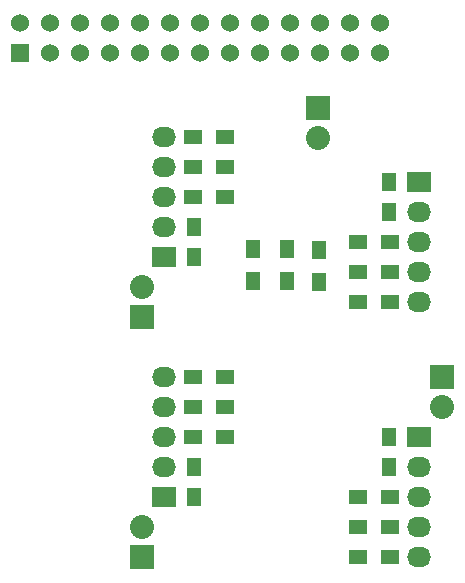
<source format=gbs>
G04 #@! TF.FileFunction,Soldermask,Bot*
%FSLAX46Y46*%
G04 Gerber Fmt 4.6, Leading zero omitted, Abs format (unit mm)*
G04 Created by KiCad (PCBNEW (after 2015-mar-04 BZR unknown)-product) date 12/16/2015 7:13:12 PM*
%MOMM*%
G01*
G04 APERTURE LIST*
%ADD10C,0.150000*%
%ADD11R,1.524000X1.524000*%
%ADD12C,1.524000*%
%ADD13R,1.300000X1.500000*%
%ADD14R,1.500000X1.300000*%
%ADD15R,2.032000X1.727200*%
%ADD16O,2.032000X1.727200*%
%ADD17R,1.250000X1.500000*%
%ADD18R,2.032000X2.032000*%
%ADD19O,2.032000X2.032000*%
G04 APERTURE END LIST*
D10*
D11*
X1760000Y-4270000D03*
D12*
X1760000Y-1730000D03*
X4300000Y-4270000D03*
X4300000Y-1730000D03*
X6840000Y-4270000D03*
X6840000Y-1730000D03*
X9380000Y-4270000D03*
X9380000Y-1730000D03*
X11920000Y-4270000D03*
X11920000Y-1730000D03*
X14460000Y-4270000D03*
X14460000Y-1730000D03*
X17000000Y-4270000D03*
X17000000Y-1730000D03*
X19540000Y-4270000D03*
X19540000Y-1730000D03*
X22080000Y-4270000D03*
X22080000Y-1730000D03*
X24620000Y-4270000D03*
X24620000Y-1730000D03*
X27160000Y-4270000D03*
X27160000Y-1730000D03*
X29700000Y-4270000D03*
X29700000Y-1730000D03*
X32240000Y-4270000D03*
X32240000Y-1730000D03*
D13*
X27051000Y-21002000D03*
X27051000Y-23702000D03*
X24384000Y-20875000D03*
X24384000Y-23575000D03*
X21463000Y-20875000D03*
X21463000Y-23575000D03*
D14*
X19130000Y-31750000D03*
X16430000Y-31750000D03*
X30400000Y-46990000D03*
X33100000Y-46990000D03*
X30400000Y-25400000D03*
X33100000Y-25400000D03*
X19130000Y-11430000D03*
X16430000Y-11430000D03*
X19130000Y-34290000D03*
X16430000Y-34290000D03*
X30400000Y-44450000D03*
X33100000Y-44450000D03*
X30400000Y-22860000D03*
X33100000Y-22860000D03*
X19130000Y-13970000D03*
X16430000Y-13970000D03*
X19130000Y-36830000D03*
X16430000Y-36830000D03*
X30400000Y-41910000D03*
X33100000Y-41910000D03*
X30400000Y-20320000D03*
X33100000Y-20320000D03*
X19130000Y-16510000D03*
X16430000Y-16510000D03*
D15*
X13970000Y-41910000D03*
D16*
X13970000Y-39370000D03*
X13970000Y-36830000D03*
X13970000Y-34290000D03*
X13970000Y-31750000D03*
D15*
X35560000Y-36830000D03*
D16*
X35560000Y-39370000D03*
X35560000Y-41910000D03*
X35560000Y-44450000D03*
X35560000Y-46990000D03*
D15*
X35560000Y-15240000D03*
D16*
X35560000Y-17780000D03*
X35560000Y-20320000D03*
X35560000Y-22860000D03*
X35560000Y-25400000D03*
D15*
X13970000Y-21590000D03*
D16*
X13970000Y-19050000D03*
X13970000Y-16510000D03*
X13970000Y-13970000D03*
X13970000Y-11430000D03*
D17*
X33020000Y-39350000D03*
X33020000Y-36850000D03*
X33020000Y-17760000D03*
X33020000Y-15260000D03*
X16510000Y-19070000D03*
X16510000Y-21570000D03*
X16510000Y-39390000D03*
X16510000Y-41890000D03*
D18*
X12065000Y-46990000D03*
D19*
X12065000Y-44450000D03*
D18*
X37465000Y-31750000D03*
D19*
X37465000Y-34290000D03*
D18*
X27000000Y-9000000D03*
D19*
X27000000Y-11540000D03*
D18*
X12065000Y-26670000D03*
D19*
X12065000Y-24130000D03*
M02*

</source>
